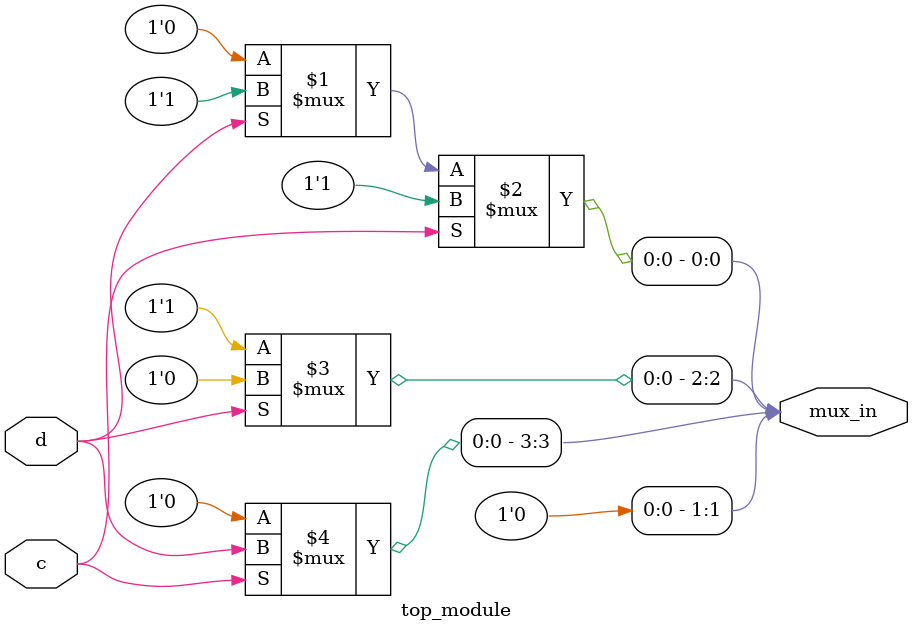
<source format=v>
module top_module (
    input c,
    input d,
    output [3:0] mux_in
); 
    assign mux_in[0] = (c) ? 1'b1 : (d) ? 1'b1 : 1'b0;
    assign mux_in[1] = 1'b0;
    assign mux_in[2] = (d) ? 1'b0 : 1'b1; 
    assign mux_in[3] = (c) ? d : 1'b0;
    

endmodule

</source>
